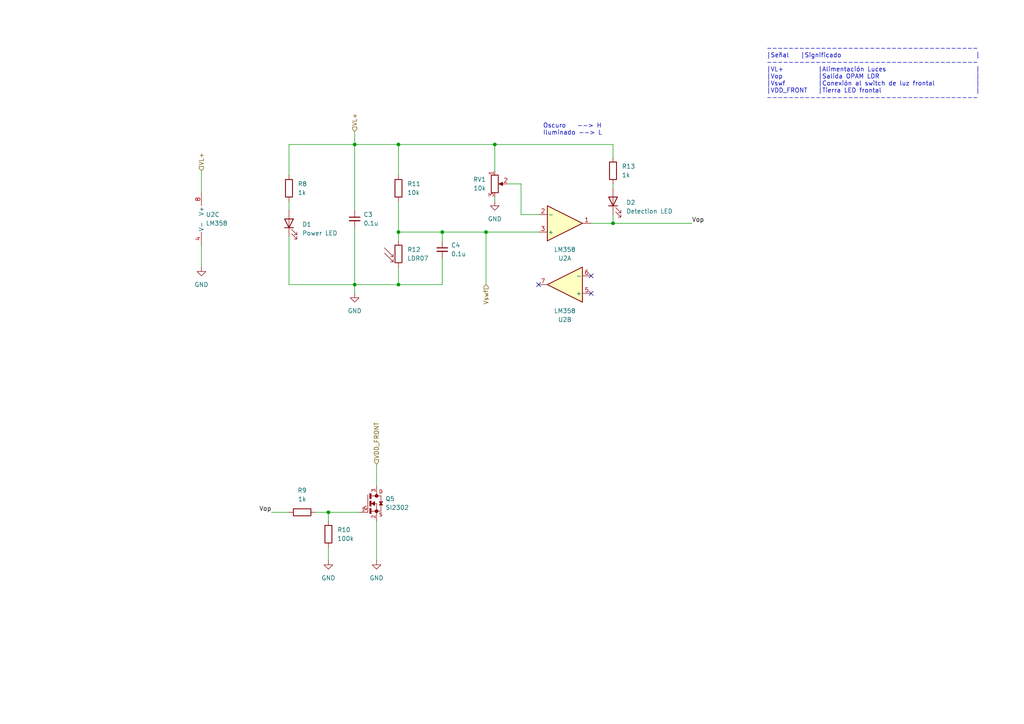
<source format=kicad_sch>
(kicad_sch (version 20230121) (generator eeschema)
  (paper "A4")
  (lib_symbols
    (symbol "Amplifier_Operational:LM358" (pin_names (offset 0.127))
      (property "Reference" "U" (at 0 5.08 0))
      (property "Value" "LM358" (at 0 -5.08 0))
      (symbol "LM358_1_1"
        (polyline (pts (xy -5.08 5.08) (xy 5.08 0) (xy -5.08 -5.08) (xy -5.08 5.08)) (stroke (width 0.254)) (fill (type background)))
        (pin output line (at 7.62 0 180) (length 2.54) (name "~") (number "1"))
        (pin input line (at -7.62 -2.54 0) (length 2.54) (name "-") (number "2"))
        (pin input line (at -7.62 2.54 0) (length 2.54) (name "+") (number "3"))
      )
      (symbol "LM358_2_1"
        (polyline (pts (xy -5.08 5.08) (xy 5.08 0) (xy -5.08 -5.08) (xy -5.08 5.08)) (stroke (width 0.254)) (fill (type background)))
        (pin input line (at -7.62 2.54 0) (length 2.54) (name "+") (number "5"))
        (pin input line (at -7.62 -2.54 0) (length 2.54) (name "-") (number "6"))
        (pin output line (at 7.62 0 180) (length 2.54) (name "~") (number "7"))
      )
      (symbol "LM358_3_1"
        (pin power_in line (at -2.54 -7.62 90) (length 3.81) (name "V-") (number "4"))
        (pin power_in line (at -2.54 7.62 270) (length 3.81) (name "V+") (number "8"))
      )
    )
    (symbol "Device:C_Small" (pin_numbers hide) (pin_names (offset 0.254) hide)
      (property "Reference" "C" (at 0.254 1.778 0))
      (property "Value" "C_Small" (at 0.254 -2.032 0))
      (symbol "C_Small_0_1"
        (polyline (pts (xy -1.524 -0.508) (xy 1.524 -0.508)) (stroke (width 0.3302)))
        (polyline (pts (xy -1.524 0.508) (xy 1.524 0.508)) (stroke (width 0.3048)))
      )
      (symbol "C_Small_1_1"
        (pin passive line (at 0 2.54 270) (length 2.032) (name "~") (number "1"))
        (pin passive line (at 0 -2.54 90) (length 2.032) (name "~") (number "2"))
      )
    )
    (symbol "Device:LED" (pin_numbers hide) (pin_names (offset 1.016) hide)
      (property "Reference" "D" (at 0 2.54 0))
      (property "Value" "LED" (at 0 -2.54 0))
      (symbol "LED_0_1"
        (polyline (pts (xy -1.27 -1.27) (xy -1.27 1.27)) (stroke (width 0.254)))
        (polyline (pts (xy -1.27 0) (xy 1.27 0)))
        (polyline (pts (xy 1.27 -1.27) (xy 1.27 1.27) (xy -1.27 0) (xy 1.27 -1.27)) (stroke (width 0.254)))
        (polyline (pts (xy -3.048 -0.762) (xy -4.572 -2.286) (xy -3.81 -2.286) (xy -4.572 -2.286) (xy -4.572 -1.524)))
        (polyline (pts (xy -1.778 -0.762) (xy -3.302 -2.286) (xy -2.54 -2.286) (xy -3.302 -2.286) (xy -3.302 -1.524)))
      )
      (symbol "LED_1_1"
        (pin passive line (at -3.81 0 0) (length 2.54) (name "K") (number "1"))
        (pin passive line (at 3.81 0 180) (length 2.54) (name "A") (number "2"))
      )
    )
    (symbol "Device:R" (pin_numbers hide) (pin_names (offset 0))
      (property "Reference" "R" (at 2.032 0 90))
      (property "Value" "R" (at 0 0 90))
      (symbol "R_0_1"
        (rectangle (start -1.016 -2.54) (end 1.016 2.54) (stroke (width 0.254)))
      )
      (symbol "R_1_1"
        (pin passive line (at 0 3.81 270) (length 1.27) (name "~") (number "1"))
        (pin passive line (at 0 -3.81 90) (length 1.27) (name "~") (number "2"))
      )
    )
    (symbol "Device:R_Potentiometer" (pin_names (offset 1.016) hide)
      (property "Reference" "RV" (at -4.445 0 90))
      (property "Value" "R_Potentiometer" (at -2.54 0 90))
      (symbol "R_Potentiometer_0_1"
        (polyline (pts (xy 2.54 0) (xy 1.524 0)))
        (polyline (pts (xy 1.143 0) (xy 2.286 0.508) (xy 2.286 -0.508) (xy 1.143 0)) (fill (type outline)))
        (rectangle (start 1.016 2.54) (end -1.016 -2.54) (stroke (width 0.254)))
      )
      (symbol "R_Potentiometer_1_1"
        (pin passive line (at 0 3.81 270) (length 1.27) (name "1") (number "1"))
        (pin passive line (at 3.81 0 180) (length 1.27) (name "2") (number "2"))
        (pin passive line (at 0 -3.81 90) (length 1.27) (name "3") (number "3"))
      )
    )
    (symbol "SI2302:SI2302" (pin_names (offset 1.016))
      (property "Reference" "Q" (at 2.5417 0 0))
      (property "Value" "SI2302" (at 2.5438 -2.5438 0))
      (symbol "SI2302_0_0"
        (rectangle (start -2.035 1.399) (end -1.524 2.921) (stroke (width 0.1)) (fill (type outline)))
        (rectangle (start -2.0335 -2.9232) (end -1.524 -1.397) (stroke (width 0.1)) (fill (type outline)))
        (rectangle (start -2.0336 -0.7626) (end -1.524 0.762) (stroke (width 0.1)) (fill (type outline)))
        (circle (center 0 -2.2225) (radius 0.127) (stroke (width 0.4064)))
        (polyline (pts (xy -2.54 -2.54) (xy -2.54 2.54)) (stroke (width 0.1524)))
        (polyline (pts (xy -1.5875 -2.2225) (xy 0 -2.2225)) (stroke (width 0.1524)))
        (polyline (pts (xy -1.5875 2.2225) (xy 0 2.2225)) (stroke (width 0.1524)))
        (polyline (pts (xy -0.508 0) (xy 0 0)) (stroke (width 0.1524)))
        (polyline (pts (xy 0 -2.2225) (xy 0 -2.54)) (stroke (width 0.1524)))
        (polyline (pts (xy 0 0) (xy 0 -2.2225)) (stroke (width 0.1524)))
        (polyline (pts (xy 0 2.2225) (xy 1.27 2.2225)) (stroke (width 0.1524)))
        (polyline (pts (xy 0 2.54) (xy 0 2.2225)) (stroke (width 0.1524)))
        (polyline (pts (xy 1.27 -2.2225) (xy 0 -2.2225)) (stroke (width 0.1524)))
        (polyline (pts (xy 1.27 2.2225) (xy 1.27 -2.2225)) (stroke (width 0.1524)))
        (polyline (pts (xy -1.524 0) (xy -0.508 0.635) (xy -0.508 -0.635) (xy -1.524 0)) (stroke (width 0.1016)) (fill (type outline)))
        (polyline (pts (xy 1.27 0.3175) (xy 0.762 -0.4445) (xy 1.778 -0.4445) (xy 1.27 0.3175)) (stroke (width 0.1524)) (fill (type outline)))
        (circle (center 0 2.2225) (radius 0.127) (stroke (width 0.4064)))
        (rectangle (start 0.7632 0.318) (end 1.778 0.5715) (stroke (width 0.1)) (fill (type outline)))
        (text "D" (at 0.6361 2.8623 0) (effects (font (size 1.0177 1.0177)) (justify left bottom)))
        (text "G" (at -3.813 -1.9065 0) (effects (font (size 1.0168 1.0168)) (justify left bottom)))
        (text "S" (at 0.6357 -3.8141 0) (effects (font (size 1.0171 1.0171)) (justify left bottom)))
        (pin passive line (at -5.08 -2.54 0) (length 2.54) (name "~") (number "1"))
        (pin passive line (at 0 -5.08 90) (length 2.54) (name "~") (number "2"))
        (pin passive line (at 0 5.08 270) (length 2.54) (name "~") (number "3"))
      )
    )
    (symbol "Sensor_Optical:LDR07" (pin_numbers hide) (pin_names (offset 0))
      (property "Reference" "R" (at -5.08 0 90))
      (property "Value" "LDR07" (at 1.905 0 90))
      (symbol "LDR07_0_1"
        (rectangle (start -1.016 2.54) (end 1.016 -2.54) (stroke (width 0.254)))
        (polyline (pts (xy -1.524 -2.286) (xy -4.064 0.254)))
        (polyline (pts (xy -1.524 -2.286) (xy -2.286 -2.286)))
        (polyline (pts (xy -1.524 -2.286) (xy -1.524 -1.524)))
        (polyline (pts (xy -1.524 -0.762) (xy -4.064 1.778)))
        (polyline (pts (xy -1.524 -0.762) (xy -2.286 -0.762)))
        (polyline (pts (xy -1.524 -0.762) (xy -1.524 0)))
      )
      (symbol "LDR07_1_1"
        (pin passive line (at 0 3.81 270) (length 1.27) (name "~") (number "1"))
        (pin passive line (at 0 -3.81 90) (length 1.27) (name "~") (number "2"))
      )
    )
    (symbol "power:GND" (power) (pin_names (offset 0))
      (property "Value" "GND" (at 0 -3.81 0))
      (symbol "GND_0_1"
        (polyline (pts (xy 0 0) (xy 0 -1.27) (xy 1.27 -1.27) (xy 0 -2.54) (xy -1.27 -1.27) (xy 0 -1.27)))
      )
      (symbol "GND_1_1"
        (pin power_in line (at 0 0 270) (length 0) hide (name "GND") (number "1"))
      )
    )
  )
  (junction (at 102.87 41.91))
  (junction (at 143.51 41.91))
  (junction (at 115.57 67.31))
  (junction (at 115.57 41.91))
  (junction (at 177.8 64.77))
  (junction (at 140.97 67.31))
  (junction (at 95.25 148.59))
  (junction (at 115.57 82.55))
  (junction (at 102.87 82.55))
  (junction (at 128.27 67.31))
  (no_connect (at 171.45 85.09))
  (no_connect (at 156.21 82.55))
  (no_connect (at 171.45 80.01))
  (wire (pts (xy 151.13 62.23) (xy 151.13 53.34)))
  (wire (pts (xy 177.8 64.77) (xy 200.66 64.77)))
  (wire (pts (xy 115.57 58.42) (xy 115.57 67.31)))
  (wire (pts (xy 91.44 148.59) (xy 95.25 148.59)))
  (wire (pts (xy 140.97 67.31) (xy 140.97 82.55)))
  (wire (pts (xy 83.82 41.91) (xy 102.87 41.91)))
  (wire (pts (xy 83.82 50.8) (xy 83.82 41.91)))
  (wire (pts (xy 115.57 82.55) (xy 115.57 77.47)))
  (wire (pts (xy 143.51 41.91) (xy 177.8 41.91)))
  (wire (pts (xy 102.87 82.55) (xy 115.57 82.55)))
  (wire (pts (xy 102.87 82.55) (xy 102.87 85.09)))
  (wire (pts (xy 151.13 53.34) (xy 147.32 53.34)))
  (wire (pts (xy 95.25 148.59) (xy 104.14 148.59)))
  (wire (pts (xy 78.74 148.59) (xy 83.82 148.59)))
  (wire (pts (xy 140.97 67.31) (xy 156.21 67.31)))
  (wire (pts (xy 95.25 158.75) (xy 95.25 162.56)))
  (wire (pts (xy 83.82 82.55) (xy 102.87 82.55)))
  (wire (pts (xy 128.27 69.85) (xy 128.27 67.31)))
  (wire (pts (xy 95.25 148.59) (xy 95.25 151.13)))
  (wire (pts (xy 171.45 64.77) (xy 177.8 64.77)))
  (wire (pts (xy 177.8 41.91) (xy 177.8 45.72)))
  (wire (pts (xy 177.8 62.23) (xy 177.8 64.77)))
  (wire (pts (xy 58.42 71.12) (xy 58.42 77.47)))
  (wire (pts (xy 83.82 58.42) (xy 83.82 60.96)))
  (wire (pts (xy 115.57 41.91) (xy 115.57 50.8)))
  (wire (pts (xy 128.27 74.93) (xy 128.27 82.55)))
  (wire (pts (xy 177.8 53.34) (xy 177.8 54.61)))
  (wire (pts (xy 115.57 67.31) (xy 128.27 67.31)))
  (wire (pts (xy 115.57 41.91) (xy 143.51 41.91)))
  (wire (pts (xy 128.27 67.31) (xy 140.97 67.31)))
  (wire (pts (xy 102.87 60.96) (xy 102.87 41.91)))
  (wire (pts (xy 109.22 151.13) (xy 109.22 162.56)))
  (wire (pts (xy 109.22 134.62) (xy 109.22 140.97)))
  (wire (pts (xy 83.82 68.58) (xy 83.82 82.55)))
  (wire (pts (xy 115.57 69.85) (xy 115.57 67.31)))
  (wire (pts (xy 143.51 57.15) (xy 143.51 58.42)))
  (wire (pts (xy 102.87 41.91) (xy 115.57 41.91)))
  (wire (pts (xy 128.27 82.55) (xy 115.57 82.55)))
  (wire (pts (xy 151.13 62.23) (xy 156.21 62.23)))
  (wire (pts (xy 58.42 49.53) (xy 58.42 55.88)))
  (wire (pts (xy 102.87 38.1) (xy 102.87 41.91)))
  (wire (pts (xy 143.51 41.91) (xy 143.51 49.53)))
  (wire (pts (xy 102.87 66.04) (xy 102.87 82.55)))
  (text "Oscuro 	--> H\nIluminado --> L\n" (at 157.48 39.37 0) (effects (font (size 1.27 1.27)) (justify left bottom)))
  (text "---------------------------------------\n|Señal	|Significado							|\n---------------------------------------\n|VL+ 		|Alimentación Luces					|\n|Vop		|Salida OPAM LDR					|\n|Vswf		|Conexión al switch de luz frontal	|\n|VDD_FRONT	|Tierra LED frontal					|\n---------------------------------------" (at 222.25 29.21 0) (effects (font (size 1.27 1.27)) (justify left bottom)))
  (label "Vop" (at 78.74 148.59 180))
  (label "Vop" (at 200.66 64.77 0))
  (hierarchical_label "VL+" (shape input) (at 102.87 38.1 90))
  (hierarchical_label "VDD_FRONT" (shape input) (at 109.22 134.62 90))
  (hierarchical_label "Vswf" (shape input) (at 140.97 82.55 270))
  (hierarchical_label "VL+" (shape input) (at 58.42 49.53 90))
  (symbol (lib_id "power:GND") (at 102.87 85.09 0) (unit 1)
    (property "Reference" "#PWR020" (effects hide))
    (property "Value" "GND" (at 102.87 90.17 0))
    (instances (project "SB2_LIGTHS" (path "" (reference "#PWR020") (unit 1))) (project "SmartBike2" (path "" (reference "#PWR?") (unit 1))))
  )
  (symbol (lib_id "Device:LED") (at 83.82 64.77 90) (unit 1)
    (property "Reference" "D1" (at 87.63 65.0875 90) (effects (justify right)))
    (property "Value" "Power LED" (at 87.63 67.6275 90) (effects (justify right)))
    (property "Footprint" "LED_SMD:LED_1206_3216Metric_Pad1.42x1.75mm_HandSolder" (effects hide))
    (instances (project "SB2_LIGTHS" (path "" (reference "D1") (unit 1))) (project "SmartBike2" (path "" (reference "D?") (unit 1))))
  )
  (symbol (lib_id "SI2302:SI2302") (at 109.22 146.05 0) (unit 1)
    (property "Reference" "Q5" (at 111.76 144.6751 0) (effects (justify left)))
    (property "Value" "SI2302" (at 111.76 147.2151 0) (effects (justify left)))
    (property "Footprint" "Package_TO_SOT_SMD:SOT-23" (effects hide))
    (property "MF" "Micro Commercial Components (MCC)" (effects hide))
    (property "Description" "\nN-Channel 20V 2.6A (Ta) 710mW (Ta) Surface Mount SOT-23-3 (TO-236)\n" (effects hide))
    (property "Package" "TO-236-3 Micro Commercial Components (MCC)" (effects hide))
    (property "Price" "None" (effects hide))
    (property "SnapEDA_Link" "https://www.snapeda.com/parts/SI2302/Micro+Commercial+Components/view-part/?ref=snap" (effects hide))
    (property "MP" "SI2302" (effects hide))
    (property "Availability" "Not in stock" (effects hide))
    (property "Check_prices" "https://www.snapeda.com/parts/SI2302/Micro+Commercial+Components/view-part/?ref=eda" (effects hide))
    (instances (project "SB2_LIGTHS" (path "" (reference "Q5") (unit 1))) (project "SmartBike2" (path "" (reference "Q?") (unit 1))))
  )
  (symbol (lib_id "Device:R") (at 177.8 49.53 0) (unit 1)
    (property "Reference" "R13" (at 180.34 48.26 0) (effects (justify left)))
    (property "Value" "1k" (at 180.34 50.8 0) (effects (justify left)))
    (property "Footprint" "Resistor_SMD:R_0805_2012Metric_Pad1.20x1.40mm_HandSolder" (effects hide))
    (instances (project "SB2_LIGTHS" (path "" (reference "R13") (unit 1))) (project "SmartBike2" (path "" (reference "R?") (unit 1))))
  )
  (symbol (lib_id "Device:R_Potentiometer") (at 143.51 53.34 0) (unit 1)
    (property "Reference" "RV1" (at 140.97 52.07 0) (effects (justify right)))
    (property "Value" "10k" (at 140.97 54.61 0) (effects (justify right)))
    (property "Footprint" "Potentiometer_THT:Potentiometer_Bourns_3386P_Vertical" (effects hide))
    (instances (project "SB2_LIGTHS" (path "" (reference "RV1") (unit 1))) (project "SmartBike2" (path "" (reference "RV?") (unit 1))))
  )
  (symbol (lib_id "Device:R") (at 87.63 148.59 90) (unit 1)
    (property "Reference" "R9" (at 87.63 142.24 90))
    (property "Value" "1k" (at 87.63 144.78 90))
    (property "Footprint" "Resistor_SMD:R_0805_2012Metric_Pad1.20x1.40mm_HandSolder" (effects hide))
    (instances (project "SB2_LIGTHS" (path "" (reference "R9") (unit 1))) (project "SmartBike2" (path "" (reference "R?") (unit 1))))
  )
  (symbol (lib_id "power:GND") (at 143.51 58.42 0) (unit 1)
    (property "Reference" "#PWR022" (effects hide))
    (property "Value" "GND" (at 143.51 63.5 0))
    (instances (project "SB2_LIGTHS" (path "" (reference "#PWR022") (unit 1))) (project "SmartBike2" (path "" (reference "#PWR?") (unit 1))))
  )
  (symbol (lib_id "Amplifier_Operational:LM358") (at 163.83 64.77 0) (mirror x) (unit 1)
    (property "Reference" "U2" (at 163.83 74.93 0))
    (property "Value" "LM358" (at 163.83 72.39 0))
    (property "Footprint" "Package_SO:SO-8_3.9x4.9mm_P1.27mm" (effects hide))
    (property "Datasheet" "http://www.ti.com/lit/ds/symlink/lm2904-n.pdf" (effects hide))
    (instances (project "SB2_LIGTHS" (path "" (reference "U2") (unit 1))) (project "SmartBike2" (path "" (reference "U?") (unit 1))))
  )
  (symbol (lib_id "power:GND") (at 58.42 77.47 0) (unit 1)
    (property "Reference" "#PWR018" (effects hide))
    (property "Value" "GND" (at 58.42 82.55 0))
    (instances (project "SB2_LIGTHS" (path "" (reference "#PWR018") (unit 1))) (project "SmartBike2" (path "" (reference "#PWR?") (unit 1))))
  )
  (symbol (lib_id "Sensor_Optical:LDR07") (at 115.57 73.66 0) (unit 1)
    (property "Reference" "R12" (at 118.11 72.39 0) (effects (justify left)))
    (property "Value" "LDR07" (at 118.11 74.93 0) (effects (justify left)))
    (property "Footprint" "OptoDevice:R_LDR_5.1x4.3mm_P3.4mm_Vertical" (effects hide))
    (property "Datasheet" "http://www.tme.eu/de/Document/f2e3ad76a925811312d226c31da4cd7e/LDR07.pdf" (effects hide))
    (instances (project "SB2_LIGTHS" (path "" (reference "R12") (unit 1))) (project "SmartBike2" (path "" (reference "R?") (unit 1))))
  )
  (symbol (lib_id "power:GND") (at 109.22 162.56 0) (unit 1)
    (property "Reference" "#PWR021" (effects hide))
    (property "Value" "GND" (at 109.22 167.64 0))
    (instances (project "SB2_LIGTHS" (path "" (reference "#PWR021") (unit 1))) (project "SmartBike2" (path "" (reference "#PWR?") (unit 1))))
  )
  (symbol (lib_id "Device:C_Small") (at 128.27 72.39 0) (unit 1)
    (property "Reference" "C4" (at 130.81 71.1263 0) (effects (justify left)))
    (property "Value" "0.1u" (at 130.81 73.6663 0) (effects (justify left)))
    (property "Footprint" "Capacitor_SMD:C_0805_2012Metric_Pad1.18x1.45mm_HandSolder" (effects hide))
    (instances (project "SB2_LIGTHS" (path "" (reference "C4") (unit 1))) (project "SmartBike2" (path "" (reference "C?") (unit 1))))
  )
  (symbol (lib_id "power:GND") (at 95.25 162.56 0) (unit 1)
    (property "Reference" "#PWR019" (effects hide))
    (property "Value" "GND" (at 95.25 167.64 0))
    (instances (project "SB2_LIGTHS" (path "" (reference "#PWR019") (unit 1))) (project "SmartBike2" (path "" (reference "#PWR?") (unit 1))))
  )
  (symbol (lib_id "Amplifier_Operational:LM358") (at 163.83 82.55 180) (unit 2)
    (property "Reference" "U2" (at 163.83 92.71 0))
    (property "Value" "LM358" (at 163.83 90.17 0))
    (property "Footprint" "Package_SO:SO-8_3.9x4.9mm_P1.27mm" (effects hide))
    (property "Datasheet" "http://www.ti.com/lit/ds/symlink/lm2904-n.pdf" (effects hide))
    (instances (project "SB2_LIGTHS" (path "" (reference "U2") (unit 2))) (project "SmartBike2" (path "" (reference "U?") (unit 2))))
  )
  (symbol (lib_id "Device:LED") (at 177.8 58.42 90) (unit 1)
    (property "Reference" "D2" (at 181.61 58.7375 90) (effects (justify right)))
    (property "Value" "Detection LED" (at 181.61 61.2775 90) (effects (justify right)))
    (property "Footprint" "LED_SMD:LED_1206_3216Metric_Pad1.42x1.75mm_HandSolder" (effects hide))
    (instances (project "SB2_LIGTHS" (path "" (reference "D2") (unit 1))) (project "SmartBike2" (path "" (reference "D?") (unit 1))))
  )
  (symbol (lib_id "Device:R") (at 115.57 54.61 0) (unit 1)
    (property "Reference" "R11" (at 118.11 53.34 0) (effects (justify left)))
    (property "Value" "10k" (at 118.11 55.88 0) (effects (justify left)))
    (property "Footprint" "Resistor_SMD:R_0805_2012Metric_Pad1.20x1.40mm_HandSolder" (effects hide))
    (instances (project "SB2_LIGTHS" (path "" (reference "R11") (unit 1))) (project "SmartBike2" (path "" (reference "R?") (unit 1))))
  )
  (symbol (lib_id "Device:C_Small") (at 102.87 63.5 0) (unit 1)
    (property "Reference" "C3" (at 105.41 62.2363 0) (effects (justify left)))
    (property "Value" "0.1u" (at 105.41 64.7763 0) (effects (justify left)))
    (property "Footprint" "Capacitor_SMD:C_0805_2012Metric_Pad1.18x1.45mm_HandSolder" (effects hide))
    (instances (project "SB2_LIGTHS" (path "" (reference "C3") (unit 1))) (project "SmartBike2" (path "" (reference "C?") (unit 1))))
  )
  (symbol (lib_id "Device:R") (at 83.82 54.61 0) (unit 1)
    (property "Reference" "R8" (at 86.36 53.34 0) (effects (justify left)))
    (property "Value" "1k" (at 86.36 55.88 0) (effects (justify left)))
    (property "Footprint" "Resistor_SMD:R_0805_2012Metric_Pad1.20x1.40mm_HandSolder" (effects hide))
    (instances (project "SB2_LIGTHS" (path "" (reference "R8") (unit 1))) (project "SmartBike2" (path "" (reference "R?") (unit 1))))
  )
  (symbol (lib_id "Amplifier_Operational:LM358") (at 60.96 63.5 0) (unit 3)
    (property "Reference" "U2" (at 59.69 62.23 0) (effects (justify left)))
    (property "Value" "LM358" (at 59.69 64.77 0) (effects (justify left)))
    (property "Footprint" "Package_SO:SO-8_3.9x4.9mm_P1.27mm" (effects hide))
    (property "Datasheet" "http://www.ti.com/lit/ds/symlink/lm2904-n.pdf" (effects hide))
    (instances (project "SB2_LIGTHS" (path "" (reference "U2") (unit 3))) (project "SmartBike2" (path "" (reference "U?") (unit 3))))
  )
  (symbol (lib_id "Device:R") (at 95.25 154.94 0) (unit 1)
    (property "Reference" "R10" (at 97.79 153.67 0) (effects (justify left)))
    (property "Value" "100k" (at 97.79 156.21 0) (effects (justify left)))
    (property "Footprint" "Resistor_SMD:R_0805_2012Metric_Pad1.20x1.40mm_HandSolder" (effects hide))
    (instances (project "SB2_LIGTHS" (path "" (reference "R10") (unit 1))) (project "SmartBike2" (path "" (reference "R?") (unit 1))))
  )
)
</source>
